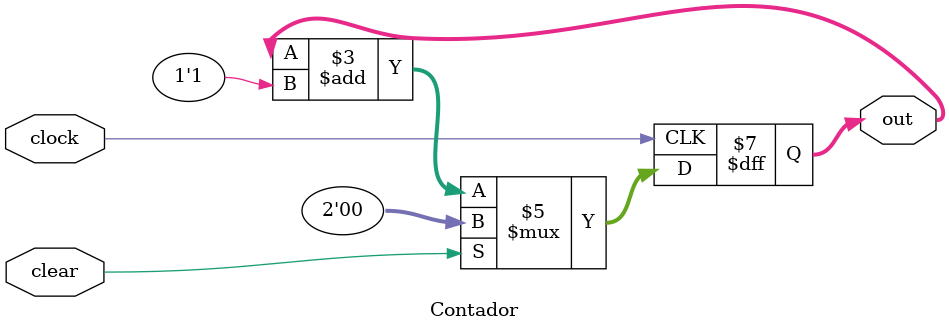
<source format=v>
module Contador(clock, clear, out);
	input clear;
	input clock;
	output reg[1:0] out;

	always @(posedge clock)
	begin
		if(clear == 1)
			out <= 2'b00;
		else
			out <= out + 1'b1;
	end
endmodule


</source>
